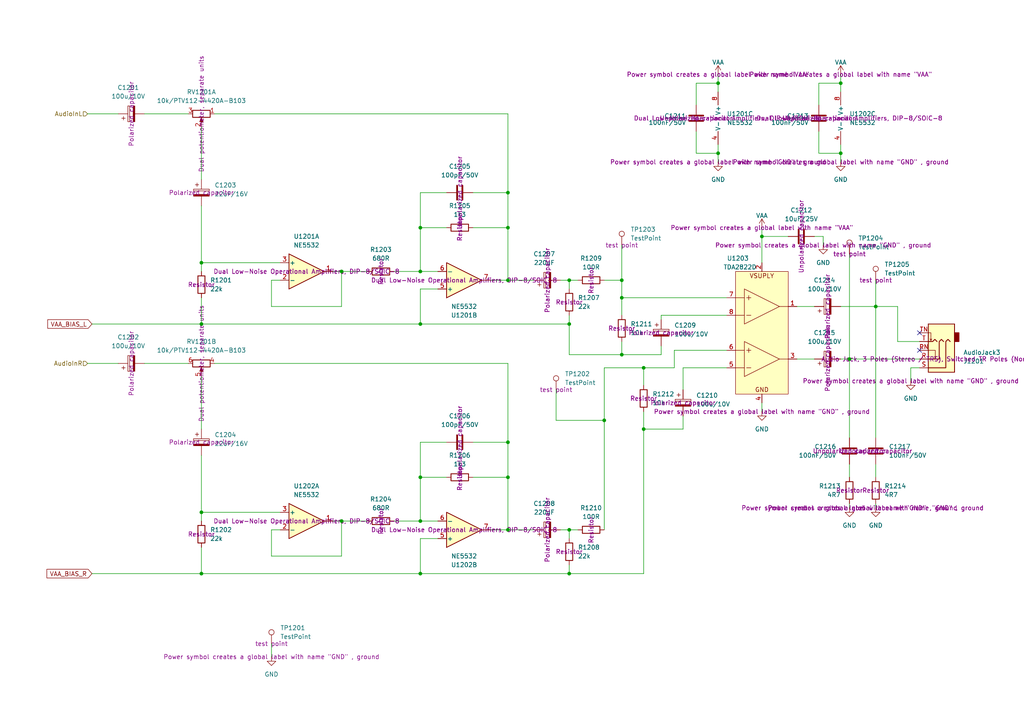
<source format=kicad_sch>
(kicad_sch (version 20250114) (generator "eeschema") (generator_version "9.0")
  (paper "A4")
  (lib_symbols
    (symbol "Amplifier_Operational:NE5532" (pin_names (offset 0.127))
      (property "Reference" "U" (at 0 5.08 0))
      (property "Value" "NE5532" (at 0 -5.08 0))
      (symbol "NE5532_1_1"
        (polyline (pts (xy -5.08 5.08) (xy 5.08 0) (xy -5.08 -5.08) (xy -5.08 5.08)) (stroke (width 0.254)) (fill (type background)))
        (pin input line (at -7.62 2.54 0) (length 2.54) (name "+") (number "3"))
        (pin input line (at -7.62 -2.54 0) (length 2.54) (name "-") (number "2"))
        (pin output line (at 7.62 0 180) (length 2.54) (name "~") (number "1"))
      )
      (symbol "NE5532_2_1"
        (polyline (pts (xy -5.08 5.08) (xy 5.08 0) (xy -5.08 -5.08) (xy -5.08 5.08)) (stroke (width 0.254)) (fill (type background)))
        (pin input line (at -7.62 2.54 0) (length 2.54) (name "+") (number "5"))
        (pin input line (at -7.62 -2.54 0) (length 2.54) (name "-") (number "6"))
        (pin output line (at 7.62 0 180) (length 2.54) (name "~") (number "7"))
      )
      (symbol "NE5532_3_1"
        (pin power_in line (at -2.54 7.62 270) (length 3.81) (name "V+") (number "8"))
        (pin power_in line (at -2.54 -7.62 90) (length 3.81) (name "V-") (number "4"))
      )
    )
    (symbol "Connector:TestPoint" (pin_numbers (hide yes)) (pin_names (offset 0.762) (hide yes))
      (property "Reference" "TP" (at 0 6.858 0))
      (property "Value" "TestPoint" (at 0 5.08 0))
      (symbol "TestPoint_0_1"
        (circle (center 0 3.302) (radius 0.762))
      )
      (symbol "TestPoint_1_1"
        (pin passive line (at 0 0 90) (length 2.54) (name "1") (number "1"))
      )
    )
    (symbol "Connector_Audio:AudioJack3_SwitchTR"
      (property "Reference" "J" (at 0 8.89 0))
      (property "Value" "AudioJack3_SwitchTR" (at 0 6.35 0))
      (symbol "AudioJack3_SwitchTR_0_1"
        (rectangle (start -5.08 -5.08) (end -6.35 -7.62) (stroke (width 0.254)) (fill (type outline)))
        (polyline (pts (xy -1.905 -5.08) (xy -1.27 -5.715) (xy -0.635 -5.08) (xy -0.635 0) (xy 2.54 0)) (stroke (width 0.254)))
        (polyline (pts (xy 0 -5.08) (xy 0.635 -5.715) (xy 1.27 -5.08) (xy 2.54 -5.08)) (stroke (width 0.254)))
        (polyline (pts (xy 0.508 -0.254) (xy 0.762 -0.762)))
        (polyline (pts (xy 1.778 -5.334) (xy 2.032 -5.842)))
        (rectangle (start 2.54 3.81) (end -5.08 -10.16) (stroke (width 0.254)) (fill (type background)))
        (polyline (pts (xy 2.54 2.54) (xy -2.54 2.54) (xy -2.54 -5.08) (xy -3.175 -5.715) (xy -3.81 -5.08)) (stroke (width 0.254)))
        (polyline (pts (xy 2.54 -2.54) (xy 0.508 -2.54) (xy 0.508 -0.254) (xy 0.254 -0.762)))
        (polyline (pts (xy 2.54 -7.62) (xy 1.778 -7.62) (xy 1.778 -5.334) (xy 1.524 -5.842)))
      )
      (symbol "AudioJack3_SwitchTR_1_1"
        (pin passive line (at 5.08 2.54 180) (length 2.54) (name "~") (number "S"))
        (pin passive line (at 5.08 0 180) (length 2.54) (name "~") (number "R"))
        (pin passive line (at 5.08 -2.54 180) (length 2.54) (name "~") (number "RN"))
        (pin passive line (at 5.08 -5.08 180) (length 2.54) (name "~") (number "T"))
        (pin passive line (at 5.08 -7.62 180) (length 2.54) (name "~") (number "TN"))
      )
    )
    (symbol "Device:C" (pin_numbers (hide yes)) (pin_names (offset 0.254))
      (property "Reference" "C" (at 0.635 2.54 0))
      (property "Value" "C" (at 0.635 -2.54 0))
      (symbol "C_0_1"
        (polyline (pts (xy -2.032 0.762) (xy 2.032 0.762)) (stroke (width 0.508)))
        (polyline (pts (xy -2.032 -0.762) (xy 2.032 -0.762)) (stroke (width 0.508)))
      )
      (symbol "C_1_1"
        (pin passive line (at 0 3.81 270) (length 2.794) (name "~") (number "1"))
        (pin passive line (at 0 -3.81 90) (length 2.794) (name "~") (number "2"))
      )
    )
    (symbol "Device:C_Polarized" (pin_numbers (hide yes)) (pin_names (offset 0.254))
      (property "Reference" "C" (at 0.635 2.54 0))
      (property "Value" "C_Polarized" (at 0.635 -2.54 0))
      (symbol "C_Polarized_0_1"
        (rectangle (start -2.286 0.508) (end 2.286 1.016))
        (polyline (pts (xy -1.778 2.286) (xy -0.762 2.286)))
        (polyline (pts (xy -1.27 2.794) (xy -1.27 1.778)))
        (rectangle (start 2.286 -0.508) (end -2.286 -1.016) (fill (type outline)))
      )
      (symbol "C_Polarized_1_1"
        (pin passive line (at 0 3.81 270) (length 2.794) (name "~") (number "1"))
        (pin passive line (at 0 -3.81 90) (length 2.794) (name "~") (number "2"))
      )
    )
    (symbol "Device:R" (pin_numbers (hide yes)) (pin_names (offset 0))
      (property "Reference" "R" (at 2.032 0 90))
      (property "Value" "R" (at 0 0 90))
      (symbol "R_0_1"
        (rectangle (start -1.016 -2.54) (end 1.016 2.54) (stroke (width 0.254)))
      )
      (symbol "R_1_1"
        (pin passive line (at 0 3.81 270) (length 1.27) (name "~") (number "1"))
        (pin passive line (at 0 -3.81 90) (length 1.27) (name "~") (number "2"))
      )
    )
    (symbol "Device:R_Potentiometer_Dual_Separate" (pin_names (offset 1.016) (hide yes))
      (property "Reference" "RV" (at -4.445 0 90))
      (property "Value" "R_Potentiometer_Dual_Separate" (at -2.54 0 90))
      (symbol "R_Potentiometer_Dual_Separate_0_1"
        (rectangle (start 1.016 2.54) (end -1.016 -2.54) (stroke (width 0.254)))
        (polyline (pts (xy 1.143 0) (xy 2.286 0.508) (xy 2.286 -0.508) (xy 1.143 0)) (fill (type outline)))
        (polyline (pts (xy 2.54 0) (xy 1.524 0)))
      )
      (symbol "R_Potentiometer_Dual_Separate_1_1"
        (pin passive line (at 0 3.81 270) (length 1.27) (name "1") (number "1"))
        (pin passive line (at 0 -3.81 90) (length 1.27) (name "3") (number "3"))
        (pin passive line (at 3.81 0 180) (length 1.27) (name "2") (number "2"))
      )
      (symbol "R_Potentiometer_Dual_Separate_2_1"
        (pin passive line (at 0 3.81 270) (length 1.27) (name "4") (number "4"))
        (pin passive line (at 0 -3.81 90) (length 1.27) (name "6") (number "6"))
        (pin passive line (at 3.81 0 180) (length 1.27) (name "5") (number "5"))
      )
    )
    (symbol "Skrooter_symbols:TDA2822D" (pin_names (hide yes))
      (property "Reference" "U" (at 10.16 10.16 0))
      (symbol "TDA2822D_1_1"
        (rectangle (start 0 7.62) (end 15.24 -27.94) (fill (type background)))
        (polyline (pts (xy 2.54 2.54) (xy 2.54 -7.62) (xy 12.7 -2.54) (xy 2.54 2.54)))
        (polyline (pts (xy 2.54 0) (xy 0 0)))
        (polyline (pts (xy 2.54 -5.08) (xy 0 -5.08)))
        (polyline (pts (xy 2.54 -12.7) (xy 2.54 -22.86) (xy 12.7 -17.78) (xy 2.54 -12.7)))
        (polyline (pts (xy 2.54 -15.24) (xy 0 -15.24)))
        (polyline (pts (xy 2.54 -20.32) (xy 0 -20.32)))
        (polyline (pts (xy 3.175 0) (xy 4.445 0)))
        (polyline (pts (xy 3.175 -5.08) (xy 4.445 -5.08)))
        (polyline (pts (xy 3.175 -15.24) (xy 4.445 -15.24)))
        (polyline (pts (xy 3.175 -20.32) (xy 4.445 -20.32)))
        (polyline (pts (xy 3.81 0.635) (xy 3.81 -0.635)))
        (polyline (pts (xy 3.81 -14.605) (xy 3.81 -15.875)))
        (polyline (pts (xy 12.7 -2.54) (xy 15.24 -2.54)))
        (polyline (pts (xy 12.7 -17.78) (xy 15.24 -17.78)))
        (text "VSUPLY" (at 7.62 6.35 0) (effects (font (size 1.27 1.27))))
        (text "GND" (at 7.62 -26.67 0) (effects (font (size 1.27 1.27))))
        (pin input line (at -2.54 0 0) (length 2.54) (name "Input1-") (number "7"))
        (pin input line (at -2.54 -5.08 0) (length 2.54) (name "Input1+") (number "8"))
        (pin input line (at -2.54 -15.24 0) (length 2.54) (name "Input2-") (number "6"))
        (pin input line (at -2.54 -20.32 0) (length 2.54) (name "Input2+") (number "5"))
        (pin power_in line (at 7.62 10.16 270) (length 2.54) (name "VCC") (number "2"))
        (pin power_in line (at 7.62 -30.48 90) (length 2.54) (name "GND") (number "4"))
        (pin output line (at 17.78 -2.54 180) (length 2.54) (name "OUTPUT1") (number "1"))
        (pin output line (at 17.78 -17.78 180) (length 2.54) (name "OUTPUT2") (number "3"))
      )
    )
    (symbol "power:GND" (power) (pin_numbers (hide yes)) (pin_names (offset 0) (hide yes))
      (property "Value" "GND" (at 0 -3.81 0))
      (symbol "GND_0_1"
        (polyline (pts (xy 0 0) (xy 0 -1.27) (xy 1.27 -1.27) (xy 0 -2.54) (xy -1.27 -1.27) (xy 0 -1.27)))
      )
      (symbol "GND_1_1"
        (pin power_in line (at 0 0 270) (length 0) (name "~") (number "1"))
      )
    )
    (symbol "power:VAA" (power) (pin_numbers (hide yes)) (pin_names (offset 0) (hide yes))
      (property "Value" "VAA" (at 0 3.556 0))
      (symbol "VAA_0_1"
        (polyline (pts (xy -0.762 1.27) (xy 0 2.54)))
        (polyline (pts (xy 0 2.54) (xy 0.762 1.27)))
        (polyline (pts (xy 0 0) (xy 0 2.54)))
      )
      (symbol "VAA_1_1"
        (pin power_in line (at 0 0 90) (length 0) (name "~") (number "1"))
      )
    )
  )
  (junction (at 58.42 148.59))
  (junction (at 175.26 121.92))
  (junction (at 165.1 153.67))
  (junction (at 254 88.9))
  (junction (at 147.32 153.67))
  (junction (at 121.92 93.98))
  (junction (at 121.92 166.37))
  (junction (at 121.92 66.04))
  (junction (at 147.32 138.43))
  (junction (at 243.84 44.45))
  (junction (at 99.06 78.74))
  (junction (at 147.32 81.28))
  (junction (at 220.98 68.58))
  (junction (at 147.32 55.88))
  (junction (at 147.32 128.27))
  (junction (at 180.34 81.28))
  (junction (at 180.34 102.87))
  (junction (at 208.28 44.45))
  (junction (at 165.1 93.98))
  (junction (at 99.06 151.13))
  (junction (at 243.84 24.13))
  (junction (at 121.92 138.43))
  (junction (at 147.32 66.04))
  (junction (at 165.1 166.37))
  (junction (at 180.34 86.36))
  (junction (at 58.42 166.37))
  (junction (at 186.69 106.68))
  (junction (at 121.92 151.13))
  (junction (at 186.69 124.46))
  (junction (at 58.42 76.2))
  (junction (at 208.28 24.13))
  (junction (at 246.38 104.14))
  (junction (at 58.42 93.98))
  (junction (at 165.1 81.28))
  (junction (at 121.92 78.74))
  (no_connect (at 266.7 101.6))
  (no_connect (at 266.7 96.52))
  (wire (pts (xy 62.23 33.02) (xy 147.32 33.02)))
  (wire (pts (xy 186.69 124.46) (xy 186.69 166.37)))
  (wire (pts (xy 191.77 92.71) (xy 191.77 91.44)))
  (wire (pts (xy 246.38 146.05) (xy 246.38 147.32)))
  (wire (pts (xy 175.26 121.92) (xy 175.26 106.68)))
  (wire (pts (xy 129.54 66.04) (xy 121.92 66.04)))
  (wire (pts (xy 137.16 138.43) (xy 147.32 138.43)))
  (wire (pts (xy 99.06 78.74) (xy 96.52 78.74)))
  (wire (pts (xy 58.42 166.37) (xy 121.92 166.37)))
  (wire (pts (xy 147.32 66.04) (xy 147.32 55.88)))
  (wire (pts (xy 58.42 76.2) (xy 81.28 76.2)))
  (wire (pts (xy 121.92 138.43) (xy 121.92 128.27)))
  (wire (pts (xy 147.32 153.67) (xy 154.94 153.67)))
  (wire (pts (xy 180.34 86.36) (xy 210.82 86.36)))
  (wire (pts (xy 175.26 106.68) (xy 186.69 106.68)))
  (wire (pts (xy 41.91 105.41) (xy 54.61 105.41)))
  (wire (pts (xy 246.38 134.62) (xy 246.38 138.43)))
  (wire (pts (xy 186.69 111.76) (xy 186.69 106.68)))
  (wire (pts (xy 147.32 128.27) (xy 137.16 128.27)))
  (wire (pts (xy 165.1 102.87) (xy 165.1 93.98)))
  (wire (pts (xy 254 88.9) (xy 254 127)))
  (wire (pts (xy 121.92 66.04) (xy 121.92 78.74)))
  (wire (pts (xy 201.93 30.48) (xy 201.93 24.13)))
  (wire (pts (xy 191.77 91.44) (xy 210.82 91.44)))
  (wire (pts (xy 254 88.9) (xy 260.35 88.9)))
  (wire (pts (xy 121.92 83.82) (xy 121.92 93.98)))
  (wire (pts (xy 121.92 55.88) (xy 129.54 55.88)))
  (wire (pts (xy 121.92 138.43) (xy 121.92 151.13)))
  (wire (pts (xy 25.4 33.02) (xy 34.29 33.02)))
  (wire (pts (xy 237.49 30.48) (xy 237.49 24.13)))
  (wire (pts (xy 231.14 88.9) (xy 236.22 88.9)))
  (wire (pts (xy 25.4 105.41) (xy 34.29 105.41)))
  (wire (pts (xy 127 156.21) (xy 121.92 156.21)))
  (wire (pts (xy 78.74 88.9) (xy 99.06 88.9)))
  (wire (pts (xy 165.1 81.28) (xy 162.56 81.28)))
  (wire (pts (xy 121.92 78.74) (xy 127 78.74)))
  (wire (pts (xy 99.06 151.13) (xy 96.52 151.13)))
  (wire (pts (xy 147.32 81.28) (xy 154.94 81.28)))
  (wire (pts (xy 220.98 68.58) (xy 220.98 76.2)))
  (wire (pts (xy 127 83.82) (xy 121.92 83.82)))
  (wire (pts (xy 147.32 81.28) (xy 142.24 81.28)))
  (wire (pts (xy 208.28 41.91) (xy 208.28 44.45)))
  (wire (pts (xy 243.84 44.45) (xy 243.84 46.99)))
  (wire (pts (xy 198.12 106.68) (xy 198.12 113.03)))
  (wire (pts (xy 243.84 41.91) (xy 243.84 44.45)))
  (wire (pts (xy 78.74 153.67) (xy 78.74 161.29)))
  (wire (pts (xy 266.7 106.68) (xy 264.16 106.68)))
  (wire (pts (xy 254 146.05) (xy 254 147.32)))
  (wire (pts (xy 243.84 21.59) (xy 243.84 24.13)))
  (wire (pts (xy 121.92 156.21) (xy 121.92 166.37)))
  (wire (pts (xy 180.34 102.87) (xy 165.1 102.87)))
  (wire (pts (xy 114.3 78.74) (xy 121.92 78.74)))
  (wire (pts (xy 78.74 186.69) (xy 78.74 190.5)))
  (wire (pts (xy 147.32 138.43) (xy 147.32 128.27)))
  (wire (pts (xy 58.42 86.36) (xy 58.42 93.98)))
  (wire (pts (xy 237.49 24.13) (xy 243.84 24.13)))
  (wire (pts (xy 210.82 106.68) (xy 198.12 106.68)))
  (wire (pts (xy 26.67 93.98) (xy 58.42 93.98)))
  (wire (pts (xy 58.42 148.59) (xy 81.28 148.59)))
  (wire (pts (xy 26.67 166.37) (xy 58.42 166.37)))
  (wire (pts (xy 58.42 76.2) (xy 58.42 78.74)))
  (wire (pts (xy 246.38 104.14) (xy 246.38 127)))
  (wire (pts (xy 121.92 93.98) (xy 165.1 93.98)))
  (wire (pts (xy 58.42 93.98) (xy 121.92 93.98)))
  (wire (pts (xy 180.34 102.87) (xy 191.77 102.87)))
  (wire (pts (xy 78.74 161.29) (xy 99.06 161.29)))
  (wire (pts (xy 165.1 93.98) (xy 165.1 91.44)))
  (wire (pts (xy 165.1 153.67) (xy 167.64 153.67)))
  (wire (pts (xy 129.54 138.43) (xy 121.92 138.43)))
  (wire (pts (xy 147.32 55.88) (xy 137.16 55.88)))
  (wire (pts (xy 165.1 81.28) (xy 167.64 81.28)))
  (wire (pts (xy 208.28 21.59) (xy 208.28 24.13)))
  (wire (pts (xy 243.84 104.14) (xy 246.38 104.14)))
  (wire (pts (xy 238.76 68.58) (xy 236.22 68.58)))
  (wire (pts (xy 121.92 128.27) (xy 129.54 128.27)))
  (wire (pts (xy 62.23 105.41) (xy 147.32 105.41)))
  (wire (pts (xy 41.91 33.02) (xy 54.61 33.02)))
  (wire (pts (xy 238.76 71.12) (xy 238.76 68.58)))
  (wire (pts (xy 243.84 44.45) (xy 237.49 44.45)))
  (wire (pts (xy 147.32 153.67) (xy 142.24 153.67)))
  (wire (pts (xy 201.93 44.45) (xy 201.93 38.1)))
  (wire (pts (xy 254 81.28) (xy 254 88.9)))
  (wire (pts (xy 58.42 158.75) (xy 58.42 166.37)))
  (wire (pts (xy 254 134.62) (xy 254 138.43)))
  (wire (pts (xy 243.84 88.9) (xy 254 88.9)))
  (wire (pts (xy 147.32 33.02) (xy 147.32 55.88)))
  (wire (pts (xy 147.32 66.04) (xy 147.32 81.28)))
  (wire (pts (xy 198.12 124.46) (xy 198.12 120.65)))
  (wire (pts (xy 81.28 153.67) (xy 78.74 153.67)))
  (wire (pts (xy 121.92 166.37) (xy 165.1 166.37)))
  (wire (pts (xy 246.38 73.66) (xy 246.38 104.14)))
  (wire (pts (xy 165.1 83.82) (xy 165.1 81.28)))
  (wire (pts (xy 58.42 59.69) (xy 58.42 76.2)))
  (wire (pts (xy 165.1 153.67) (xy 162.56 153.67)))
  (wire (pts (xy 186.69 166.37) (xy 165.1 166.37)))
  (wire (pts (xy 208.28 44.45) (xy 208.28 46.99)))
  (wire (pts (xy 180.34 71.12) (xy 180.34 81.28)))
  (wire (pts (xy 260.35 88.9) (xy 260.35 99.06)))
  (wire (pts (xy 58.42 36.83) (xy 58.42 52.07)))
  (wire (pts (xy 78.74 81.28) (xy 78.74 88.9)))
  (wire (pts (xy 137.16 66.04) (xy 147.32 66.04)))
  (wire (pts (xy 220.98 66.04) (xy 220.98 68.58)))
  (wire (pts (xy 220.98 68.58) (xy 228.6 68.58)))
  (wire (pts (xy 195.58 106.68) (xy 186.69 106.68)))
  (wire (pts (xy 260.35 99.06) (xy 266.7 99.06)))
  (wire (pts (xy 175.26 81.28) (xy 180.34 81.28)))
  (wire (pts (xy 58.42 109.22) (xy 58.42 124.46)))
  (wire (pts (xy 264.16 106.68) (xy 264.16 110.49)))
  (wire (pts (xy 121.92 151.13) (xy 127 151.13)))
  (wire (pts (xy 58.42 148.59) (xy 58.42 151.13)))
  (wire (pts (xy 161.29 121.92) (xy 175.26 121.92)))
  (wire (pts (xy 99.06 78.74) (xy 106.68 78.74)))
  (wire (pts (xy 246.38 104.14) (xy 266.7 104.14)))
  (wire (pts (xy 147.32 138.43) (xy 147.32 153.67)))
  (wire (pts (xy 231.14 104.14) (xy 236.22 104.14)))
  (wire (pts (xy 208.28 44.45) (xy 201.93 44.45)))
  (wire (pts (xy 237.49 38.1) (xy 237.49 44.45)))
  (wire (pts (xy 186.69 124.46) (xy 198.12 124.46)))
  (wire (pts (xy 243.84 24.13) (xy 243.84 26.67)))
  (wire (pts (xy 121.92 66.04) (xy 121.92 55.88)))
  (wire (pts (xy 180.34 81.28) (xy 180.34 86.36)))
  (wire (pts (xy 99.06 88.9) (xy 99.06 78.74)))
  (wire (pts (xy 81.28 81.28) (xy 78.74 81.28)))
  (wire (pts (xy 99.06 151.13) (xy 106.68 151.13)))
  (wire (pts (xy 180.34 99.06) (xy 180.34 102.87)))
  (wire (pts (xy 99.06 161.29) (xy 99.06 151.13)))
  (wire (pts (xy 175.26 153.67) (xy 175.26 121.92)))
  (wire (pts (xy 165.1 166.37) (xy 165.1 163.83)))
  (wire (pts (xy 147.32 105.41) (xy 147.32 128.27)))
  (wire (pts (xy 208.28 24.13) (xy 208.28 26.67)))
  (wire (pts (xy 180.34 86.36) (xy 180.34 91.44)))
  (wire (pts (xy 165.1 156.21) (xy 165.1 153.67)))
  (wire (pts (xy 210.82 101.6) (xy 195.58 101.6)))
  (wire (pts (xy 220.98 116.84) (xy 220.98 119.38)))
  (wire (pts (xy 114.3 151.13) (xy 121.92 151.13)))
  (wire (pts (xy 161.29 113.03) (xy 161.29 121.92)))
  (wire (pts (xy 191.77 102.87) (xy 191.77 100.33)))
  (wire (pts (xy 201.93 24.13) (xy 208.28 24.13)))
  (wire (pts (xy 186.69 119.38) (xy 186.69 124.46)))
  (wire (pts (xy 195.58 101.6) (xy 195.58 106.68)))
  (wire (pts (xy 58.42 132.08) (xy 58.42 148.59)))
  (global_label "VAA_BIAS_L" (shape input) (at 26.67 93.98 180) (property "Intersheetrefs" "${INTERSHEET_REFS}" (effects (hide yes))))
  (global_label "VAA_BIAS_R" (shape input) (at 26.67 166.37 180) (property "Intersheetrefs" "${INTERSHEET_REFS}" (effects (hide yes))))
  (hierarchical_label "AudioInR" (shape input) (at 25.4 105.41 180))
  (hierarchical_label "AudioInL" (shape input) (at 25.4 33.02 180))
  (symbol (lib_id "Device:R_Potentiometer_Dual_Separate") (at 58.42 105.41 270) (unit 2) (exclude_from_sim yes)
    (property "Reference" "RV601" (at 58.42 99.06 90))
    (property "Value" "10k/PTV112-4420A-B103" (at 58.42 101.6 90))
    (property "Footprint" "Skrooter_footprints:Potentiometer_Bourns_PTV09A-1_Dual_Vertical" (effects (hide yes)))
    (property "Description" "Dual potentiometer, separate units" (at 58.42 105.41 0))
    (instances (project "Magna" (path "" (reference "RV1201") (unit 2))) (project "Audio_daughterboard" (path "" (reference "RV601") (unit 2))))
  )
  (symbol (lib_id "Connector_Audio:AudioJack3_SwitchTR") (at 271.78 104.14 180) (unit 1) (exclude_from_sim yes)
    (property "Reference" "J601" (at 279.4 104.775 0) (effects (justify right)))
    (property "Value" "AudioJack3" (at 279.4 102.235 0) (effects (justify right)))
    (property "Footprint" "Connector_Audio:Jack_3.5mm_CUI_SJ1-3525N_Horizontal" (effects (hide yes)))
    (property "Description" "Audio Jack, 3 Poles (Stereo / TRS), Switched TR Poles (Normalling)" (at 271.78 104.14 0))
    (property "LCSC" "C668604" (effects (hide yes)))
    (instances (project "Magna" (path "" (reference "J1201") (unit 1))) (project "Audio_daughterboard" (path "" (reference "J601") (unit 1))))
  )
  (symbol (lib_id "Device:C_Polarized") (at 198.12 116.84 0) (unit 1)
    (property "Reference" "C610" (at 201.93 114.681 0) (effects (justify left)))
    (property "Value" "100u/10V" (at 201.93 117.221 0) (effects (justify left)))
    (property "Footprint" "Capacitor_SMD:CP_Elec_6.3x5.8" (effects (hide yes)))
    (property "Description" "Polarized capacitor" (at 198.12 116.84 0))
    (property "LCSC" "C2166157" (effects (hide yes)))
    (instances (project "Magna" (path "" (reference "C1210") (unit 1))) (project "Audio_daughterboard" (path "" (reference "C610") (unit 1))))
  )
  (symbol (lib_id "power:GND") (at 246.38 147.32 0) (mirror y) (unit 1)
    (property "Reference" "#PWR0609" (effects (hide yes)))
    (property "Value" "GND" (at 246.38 152.4 0))
    (property "Description" "Power symbol creates a global label with name \"GND\" , ground" (at 246.38 147.32 0))
    (instances (project "Magna" (path "" (reference "#PWR01209") (unit 1))) (project "Audio_daughterboard" (path "" (reference "#PWR0609") (unit 1))))
  )
  (symbol (lib_id "Device:R") (at 58.42 82.55 0) (unit 1)
    (property "Reference" "R601" (at 60.96 81.28 0) (effects (justify left)))
    (property "Value" "22k" (at 60.96 83.82 0) (effects (justify left)))
    (property "Footprint" "Resistor_SMD:R_0805_2012Metric_Pad1.20x1.40mm_HandSolder" (effects (hide yes)))
    (property "Description" "Resistor" (at 58.42 82.55 0))
    (property "LCSC" "C479095" (effects (hide yes)))
    (instances (project "Magna" (path "" (reference "R1201") (unit 1))) (project "Audio_daughterboard" (path "" (reference "R601") (unit 1))))
  )
  (symbol (lib_id "Amplifier_Operational:NE5532") (at 88.9 78.74 0) (unit 1)
    (property "Reference" "U601" (at 88.9 68.58 0))
    (property "Value" "NE5532" (at 88.9 71.12 0))
    (property "Footprint" "Package_SO:SOIC-8_3.9x4.9mm_P1.27mm" (effects (hide yes)))
    (property "Datasheet" "http://www.ti.com/lit/ds/symlink/ne5532.pdf" (effects (hide yes)))
    (property "Description" "Dual Low-Noise Operational Amplifiers, DIP-8/SOIC-8" (at 88.9 78.74 0))
    (property "LCSC" "C7426" (effects (hide yes)))
    (property "Sim.Device" "SUBCKT" (effects (hide yes)))
    (property "Sim.Library" "${KICAD7_SYMBOL_DIR}/Simulation_SPICE.sp" (effects (hide yes)))
    (property "Sim.Name" "kicad_builtin_opamp_dual" (effects (hide yes)))
    (property "Sim.Pins" "1=out1 2=in1- 3=in1+ 4=vee 5=in2+ 6=in2- 7=out2 8=vcc" (effects (hide yes)))
    (instances (project "Magna" (path "" (reference "U1201") (unit 1))) (project "Audio_daughterboard" (path "" (reference "U601") (unit 1))))
  )
  (symbol (lib_id "Device:C_Polarized") (at 158.75 81.28 90) (unit 1)
    (property "Reference" "C607" (at 157.861 73.66 90))
    (property "Value" "220uF" (at 157.861 76.2 90))
    (property "Footprint" "Capacitor_SMD:CP_Elec_4x5.8" (effects (hide yes)))
    (property "Description" "Polarized capacitor" (at 158.75 81.28 0))
    (property "LCSC" "C2165067" (effects (hide yes)))
    (instances (project "Magna" (path "" (reference "C1207") (unit 1))) (project "Audio_daughterboard" (path "" (reference "C607") (unit 1))))
  )
  (symbol (lib_id "Device:C_Polarized") (at 191.77 96.52 0) (unit 1)
    (property "Reference" "C609" (at 195.58 94.361 0) (effects (justify left)))
    (property "Value" "100u/10V" (at 195.58 96.901 0) (effects (justify left)))
    (property "Footprint" "Capacitor_SMD:CP_Elec_6.3x5.8" (effects (hide yes)))
    (property "Description" "Polarized capacitor" (at 191.77 96.52 0))
    (property "LCSC" "C2166157" (effects (hide yes)))
    (instances (project "Magna" (path "" (reference "C1209") (unit 1))) (project "Audio_daughterboard" (path "" (reference "C609") (unit 1))))
  )
  (symbol (lib_id "Device:C") (at 232.41 68.58 90) (unit 1)
    (property "Reference" "C612" (at 232.41 60.96 90))
    (property "Value" "10uF/25V" (at 232.41 63.5 90))
    (property "Footprint" "Capacitor_SMD:CP_Elec_4x5.8" (effects (hide yes)))
    (property "Description" "Unpolarized capacitor" (at 232.41 68.58 0))
    (property "LCSC" "C2163094" (effects (hide yes)))
    (instances (project "Magna" (path "" (reference "C1212") (unit 1))) (project "Audio_daughterboard" (path "" (reference "C612") (unit 1))))
  )
  (symbol (lib_id "Device:R") (at 110.49 151.13 90) (unit 1)
    (property "Reference" "R604" (at 110.49 144.78 90))
    (property "Value" "680R" (at 110.49 147.32 90))
    (property "Footprint" "Resistor_SMD:R_0805_2012Metric_Pad1.20x1.40mm_HandSolder" (effects (hide yes)))
    (property "Description" "Resistor" (at 110.49 151.13 0))
    (property "LCSC" "C865612" (effects (hide yes)))
    (instances (project "Magna" (path "" (reference "R1204") (unit 1))) (project "Audio_daughterboard" (path "" (reference "R604") (unit 1))))
  )
  (symbol (lib_id "power:GND") (at 208.28 46.99 0) (unit 1)
    (property "Reference" "#PWR0603" (effects (hide yes)))
    (property "Value" "GND" (at 208.28 52.07 0))
    (property "Description" "Power symbol creates a global label with name \"GND\" , ground" (at 208.28 46.99 0))
    (instances (project "Magna" (path "" (reference "#PWR01203") (unit 1))) (project "Audio_daughterboard" (path "" (reference "#PWR0603") (unit 1))))
  )
  (symbol (lib_id "Device:R_Potentiometer_Dual_Separate") (at 58.42 33.02 270) (unit 1) (exclude_from_sim yes)
    (property "Reference" "RV601" (at 58.42 26.67 90))
    (property "Value" "10k/PTV112-4420A-B103" (at 58.42 29.21 90))
    (property "Footprint" "Skrooter_footprints:Potentiometer_Bourns_PTV09A-1_Dual_Vertical" (effects (hide yes)))
    (property "Description" "Dual potentiometer, separate units" (at 58.42 33.02 0))
    (instances (project "Magna" (path "" (reference "RV1201") (unit 1))) (project "Audio_daughterboard" (path "" (reference "RV601") (unit 1))))
  )
  (symbol (lib_id "power:GND") (at 78.74 190.5 0) (unit 1)
    (property "Reference" "#PWR0601" (effects (hide yes)))
    (property "Value" "GND" (at 78.74 195.58 0))
    (property "Description" "Power symbol creates a global label with name \"GND\" , ground" (at 78.74 190.5 0))
    (instances (project "Magna" (path "" (reference "#PWR01201") (unit 1))) (project "Audio_daughterboard" (path "" (reference "#PWR0601") (unit 1))))
  )
  (symbol (lib_id "power:GND") (at 238.76 71.12 0) (unit 1)
    (property "Reference" "#PWR0606" (effects (hide yes)))
    (property "Value" "GND" (at 238.76 76.2 0))
    (property "Description" "Power symbol creates a global label with name \"GND\" , ground" (at 238.76 71.12 0))
    (instances (project "Magna" (path "" (reference "#PWR01206") (unit 1))) (project "Audio_daughterboard" (path "" (reference "#PWR0606") (unit 1))))
  )
  (symbol (lib_id "Connector:TestPoint") (at 254 81.28 0) (unit 1) (exclude_from_sim yes)
    (property "Reference" "TP605" (at 256.54 76.708 0) (effects (justify left)))
    (property "Value" "TestPoint" (at 256.54 79.248 0) (effects (justify left)))
    (property "Footprint" "TestPoint:TestPoint_Keystone_5005-5009_Compact" (effects (hide yes)))
    (property "Description" "test point" (at 254 81.28 0))
    (instances (project "Magna" (path "" (reference "TP1205") (unit 1))) (project "Audio_daughterboard" (path "" (reference "TP605") (unit 1))))
  )
  (symbol (lib_id "Amplifier_Operational:NE5532") (at 134.62 153.67 0) (mirror x) (unit 2)
    (property "Reference" "U602" (at 134.62 163.83 0))
    (property "Value" "NE5532" (at 134.62 161.29 0))
    (property "Footprint" "Package_SO:SOIC-8_3.9x4.9mm_P1.27mm" (effects (hide yes)))
    (property "Datasheet" "http://www.ti.com/lit/ds/symlink/ne5532.pdf" (effects (hide yes)))
    (property "Description" "Dual Low-Noise Operational Amplifiers, DIP-8/SOIC-8" (at 134.62 153.67 0))
    (property "LCSC" "C7426" (effects (hide yes)))
    (property "Sim.Device" "SUBCKT" (effects (hide yes)))
    (property "Sim.Library" "${KICAD7_SYMBOL_DIR}/Simulation_SPICE.sp" (effects (hide yes)))
    (property "Sim.Name" "kicad_builtin_opamp_dual" (effects (hide yes)))
    (property "Sim.Pins" "1=out1 2=in1- 3=in1+ 4=vee 5=in2+ 6=in2- 7=out2 8=vcc" (effects (hide yes)))
    (instances (project "Magna" (path "" (reference "U1202") (unit 2))) (project "Audio_daughterboard" (path "" (reference "U602") (unit 2))))
  )
  (symbol (lib_id "power:GND") (at 254 147.32 0) (unit 1)
    (property "Reference" "#PWR0610" (effects (hide yes)))
    (property "Value" "GND" (at 254 152.4 0))
    (property "Description" "Power symbol creates a global label with name \"GND\" , ground" (at 254 147.32 0))
    (instances (project "Magna" (path "" (reference "#PWR01210") (unit 1))) (project "Audio_daughterboard" (path "" (reference "#PWR0610") (unit 1))))
  )
  (symbol (lib_id "Device:R") (at 165.1 87.63 0) (unit 1)
    (property "Reference" "R607" (at 167.64 86.36 0) (effects (justify left)))
    (property "Value" "22k" (at 167.64 88.9 0) (effects (justify left)))
    (property "Footprint" "Resistor_SMD:R_0805_2012Metric_Pad1.20x1.40mm_HandSolder" (effects (hide yes)))
    (property "Description" "Resistor" (at 165.1 87.63 0))
    (property "LCSC" "C479095" (effects (hide yes)))
    (instances (project "Magna" (path "" (reference "R1207") (unit 1))) (project "Audio_daughterboard" (path "" (reference "R607") (unit 1))))
  )
  (symbol (lib_id "Connector:TestPoint") (at 246.38 73.66 0) (unit 1) (exclude_from_sim yes)
    (property "Reference" "TP604" (at 248.92 69.088 0) (effects (justify left)))
    (property "Value" "TestPoint" (at 248.92 71.628 0) (effects (justify left)))
    (property "Footprint" "TestPoint:TestPoint_Keystone_5005-5009_Compact" (effects (hide yes)))
    (property "Description" "test point" (at 246.38 73.66 0))
    (instances (project "Magna" (path "" (reference "TP1204") (unit 1))) (project "Audio_daughterboard" (path "" (reference "TP604") (unit 1))))
  )
  (symbol (lib_id "Device:R") (at 165.1 160.02 0) (unit 1)
    (property "Reference" "R608" (at 167.64 158.75 0) (effects (justify left)))
    (property "Value" "22k" (at 167.64 161.29 0) (effects (justify left)))
    (property "Footprint" "Resistor_SMD:R_0805_2012Metric_Pad1.20x1.40mm_HandSolder" (effects (hide yes)))
    (property "Description" "Resistor" (at 165.1 160.02 0))
    (property "LCSC" "C479095" (effects (hide yes)))
    (instances (project "Magna" (path "" (reference "R1208") (unit 1))) (project "Audio_daughterboard" (path "" (reference "R608") (unit 1))))
  )
  (symbol (lib_id "Device:R") (at 171.45 153.67 90) (unit 1)
    (property "Reference" "R610" (at 171.45 147.32 90))
    (property "Value" "100R" (at 171.45 149.86 90))
    (property "Footprint" "Resistor_SMD:R_0805_2012Metric_Pad1.20x1.40mm_HandSolder" (effects (hide yes)))
    (property "Description" "Resistor" (at 171.45 153.67 0))
    (property "LCSC" "C217766" (effects (hide yes)))
    (instances (project "Magna" (path "" (reference "R1210") (unit 1))) (project "Audio_daughterboard" (path "" (reference "R610") (unit 1))))
  )
  (symbol (lib_id "Device:R") (at 186.69 115.57 0) (unit 1)
    (property "Reference" "R612" (at 189.23 114.3 0) (effects (justify left)))
    (property "Value" "10k" (at 189.23 116.84 0) (effects (justify left)))
    (property "Footprint" "Resistor_SMD:R_0805_2012Metric_Pad1.20x1.40mm_HandSolder" (effects (hide yes)))
    (property "Description" "Resistor" (at 186.69 115.57 0))
    (property "LCSC" "C17414" (effects (hide yes)))
    (instances (project "Magna" (path "" (reference "R1212") (unit 1))) (project "Audio_daughterboard" (path "" (reference "R612") (unit 1))))
  )
  (symbol (lib_id "power:VAA") (at 243.84 21.59 0) (unit 1)
    (property "Reference" "#PWR0607" (effects (hide yes)))
    (property "Value" "VAA" (at 243.84 18.0881 0))
    (property "Description" "Power symbol creates a global label with name \"VAA\"" (at 243.84 21.59 0))
    (instances (project "Magna" (path "" (reference "#PWR01207") (unit 1))) (project "Audio_daughterboard" (path "" (reference "#PWR0607") (unit 1))))
  )
  (symbol (lib_id "Device:R") (at 171.45 81.28 90) (unit 1)
    (property "Reference" "R609" (at 171.45 74.93 90))
    (property "Value" "100R" (at 171.45 77.47 90))
    (property "Footprint" "Resistor_SMD:R_0805_2012Metric_Pad1.20x1.40mm_HandSolder" (effects (hide yes)))
    (property "Description" "Resistor" (at 171.45 81.28 0))
    (property "LCSC" "C217766" (effects (hide yes)))
    (instances (project "Magna" (path "" (reference "R1209") (unit 1))) (project "Audio_daughterboard" (path "" (reference "R609") (unit 1))))
  )
  (symbol (lib_id "Device:R") (at 58.42 154.94 0) (unit 1)
    (property "Reference" "R602" (at 60.96 153.67 0) (effects (justify left)))
    (property "Value" "22k" (at 60.96 156.21 0) (effects (justify left)))
    (property "Footprint" "Resistor_SMD:R_0805_2012Metric_Pad1.20x1.40mm_HandSolder" (effects (hide yes)))
    (property "Description" "Resistor" (at 58.42 154.94 0))
    (property "LCSC" "C479095" (effects (hide yes)))
    (instances (project "Magna" (path "" (reference "R1202") (unit 1))) (project "Audio_daughterboard" (path "" (reference "R602") (unit 1))))
  )
  (symbol (lib_id "Device:R") (at 133.35 138.43 90) (unit 1)
    (property "Reference" "R606" (at 133.35 132.08 90))
    (property "Value" "1k3" (at 133.35 134.62 90))
    (property "Footprint" "Resistor_SMD:R_0805_2012Metric_Pad1.20x1.40mm_HandSolder" (effects (hide yes)))
    (property "Description" "Resistor" (at 133.35 138.43 0))
    (property "LCSC" "C218394" (effects (hide yes)))
    (instances (project "Magna" (path "" (reference "R1206") (unit 1))) (project "Audio_daughterboard" (path "" (reference "R606") (unit 1))))
  )
  (symbol (lib_id "Amplifier_Operational:NE5532") (at 134.62 81.28 0) (mirror x) (unit 2)
    (property "Reference" "U601" (at 134.62 91.44 0))
    (property "Value" "NE5532" (at 134.62 88.9 0))
    (property "Footprint" "Package_SO:SOIC-8_3.9x4.9mm_P1.27mm" (effects (hide yes)))
    (property "Datasheet" "http://www.ti.com/lit/ds/symlink/ne5532.pdf" (effects (hide yes)))
    (property "Description" "Dual Low-Noise Operational Amplifiers, DIP-8/SOIC-8" (at 134.62 81.28 0))
    (property "LCSC" "C7426" (effects (hide yes)))
    (property "Sim.Device" "SUBCKT" (effects (hide yes)))
    (property "Sim.Library" "${KICAD7_SYMBOL_DIR}/Simulation_SPICE.sp" (effects (hide yes)))
    (property "Sim.Name" "kicad_builtin_opamp_dual" (effects (hide yes)))
    (property "Sim.Pins" "1=out1 2=in1- 3=in1+ 4=vee 5=in2+ 6=in2- 7=out2 8=vcc" (effects (hide yes)))
    (instances (project "Magna" (path "" (reference "U1201") (unit 2))) (project "Audio_daughterboard" (path "" (reference "U601") (unit 2))))
  )
  (symbol (lib_id "Device:R") (at 246.38 142.24 0) (mirror y) (unit 1)
    (property "Reference" "R613" (at 243.84 140.97 0) (effects (justify left)))
    (property "Value" "4R7" (at 243.84 143.51 0) (effects (justify left)))
    (property "Footprint" "Resistor_SMD:R_0805_2012Metric_Pad1.20x1.40mm_HandSolder" (effects (hide yes)))
    (property "Description" "Resistor" (at 246.38 142.24 0))
    (property "LCSC" "C2683106" (effects (hide yes)))
    (instances (project "Magna" (path "" (reference "R1213") (unit 1))) (project "Audio_daughterboard" (path "" (reference "R613") (unit 1))))
  )
  (symbol (lib_id "Device:C") (at 133.35 55.88 90) (unit 1)
    (property "Reference" "C605" (at 133.35 48.26 90))
    (property "Value" "100pF/50V" (at 133.35 50.8 90))
    (property "Footprint" "Capacitor_SMD:C_0805_2012Metric_Pad1.18x1.45mm_HandSolder" (effects (hide yes)))
    (property "Description" "Unpolarized capacitor" (at 133.35 55.88 0))
    (property "LCSC" "C1790" (effects (hide yes)))
    (instances (project "Magna" (path "" (reference "C1205") (unit 1))) (project "Audio_daughterboard" (path "" (reference "C605") (unit 1))))
  )
  (symbol (lib_id "Connector:TestPoint") (at 180.34 71.12 0) (unit 1) (exclude_from_sim yes)
    (property "Reference" "TP603" (at 182.88 66.548 0) (effects (justify left)))
    (property "Value" "TestPoint" (at 182.88 69.088 0) (effects (justify left)))
    (property "Footprint" "TestPoint:TestPoint_Keystone_5005-5009_Compact" (effects (hide yes)))
    (property "Description" "test point" (at 180.34 71.12 0))
    (instances (project "Magna" (path "" (reference "TP1203") (unit 1))) (project "Audio_daughterboard" (path "" (reference "TP603") (unit 1))))
  )
  (symbol (lib_id "Device:C_Polarized") (at 58.42 128.27 0) (unit 1)
    (property "Reference" "C604" (at 62.23 126.111 0) (effects (justify left)))
    (property "Value" "22uF/16V" (at 62.23 128.651 0) (effects (justify left)))
    (property "Footprint" "Capacitor_SMD:CP_Elec_5x5.8" (effects (hide yes)))
    (property "Description" "Polarized capacitor" (at 58.42 128.27 0))
    (property "LCSC" "C2163245" (effects (hide yes)))
    (instances (project "Magna" (path "" (reference "C1204") (unit 1))) (project "Audio_daughterboard" (path "" (reference "C604") (unit 1))))
  )
  (symbol (lib_id "power:VAA") (at 208.28 21.59 0) (unit 1)
    (property "Reference" "#PWR0602" (effects (hide yes)))
    (property "Value" "VAA" (at 208.28 18.0881 0))
    (property "Description" "Power symbol creates a global label with name \"VAA\"" (at 208.28 21.59 0))
    (instances (project "Magna" (path "" (reference "#PWR01202") (unit 1))) (project "Audio_daughterboard" (path "" (reference "#PWR0602") (unit 1))))
  )
  (symbol (lib_id "Amplifier_Operational:NE5532") (at 246.38 34.29 0) (unit 3)
    (property "Reference" "U602" (at 250.19 33.02 0))
    (property "Value" "NE5532" (at 250.19 35.56 0))
    (property "Footprint" "Package_SO:SOIC-8_3.9x4.9mm_P1.27mm" (effects (hide yes)))
    (property "Datasheet" "http://www.ti.com/lit/ds/symlink/ne5532.pdf" (effects (hide yes)))
    (property "Description" "Dual Low-Noise Operational Amplifiers, DIP-8/SOIC-8" (at 246.38 34.29 0))
    (property "LCSC" "C7426" (effects (hide yes)))
    (property "Sim.Device" "SUBCKT" (effects (hide yes)))
    (property "Sim.Library" "${KICAD7_SYMBOL_DIR}/Simulation_SPICE.sp" (effects (hide yes)))
    (property "Sim.Name" "kicad_builtin_opamp_dual" (effects (hide yes)))
    (property "Sim.Pins" "1=out1 2=in1- 3=in1+ 4=vee 5=in2+ 6=in2- 7=out2 8=vcc" (effects (hide yes)))
    (instances (project "Magna" (path "" (reference "U1202") (unit 3))) (project "Audio_daughterboard" (path "" (reference "U602") (unit 3))))
  )
  (symbol (lib_id "Device:R") (at 133.35 66.04 90) (unit 1)
    (property "Reference" "R605" (at 133.35 59.69 90))
    (property "Value" "1k3" (at 133.35 62.23 90))
    (property "Footprint" "Resistor_SMD:R_0805_2012Metric_Pad1.20x1.40mm_HandSolder" (effects (hide yes)))
    (property "Description" "Resistor" (at 133.35 66.04 0))
    (property "LCSC" "C218394" (effects (hide yes)))
    (instances (project "Magna" (path "" (reference "R1205") (unit 1))) (project "Audio_daughterboard" (path "" (reference "R605") (unit 1))))
  )
  (symbol (lib_id "Device:C") (at 133.35 128.27 90) (unit 1)
    (property "Reference" "C606" (at 133.35 120.65 90))
    (property "Value" "100pF/50V" (at 133.35 123.19 90))
    (property "Footprint" "Capacitor_SMD:C_0805_2012Metric_Pad1.18x1.45mm_HandSolder" (effects (hide yes)))
    (property "Description" "Unpolarized capacitor" (at 133.35 128.27 0))
    (property "LCSC" "C1790" (effects (hide yes)))
    (instances (project "Magna" (path "" (reference "C1206") (unit 1))) (project "Audio_daughterboard" (path "" (reference "C606") (unit 1))))
  )
  (symbol (lib_id "power:GND") (at 264.16 110.49 0) (unit 1)
    (property "Reference" "#PWR0611" (effects (hide yes)))
    (property "Value" "GND" (at 264.16 115.57 0))
    (property "Description" "Power symbol creates a global label with name \"GND\" , ground" (at 264.16 110.49 0))
    (instances (project "Magna" (path "" (reference "#PWR01211") (unit 1))) (project "Audio_daughterboard" (path "" (reference "#PWR0611") (unit 1))))
  )
  (symbol (lib_id "Device:C_Polarized") (at 240.03 104.14 90) (unit 1)
    (property "Reference" "C615" (at 239.141 96.52 90))
    (property "Value" "100u/10V" (at 239.141 99.06 90))
    (property "Footprint" "Capacitor_SMD:CP_Elec_6.3x5.8" (effects (hide yes)))
    (property "Description" "Polarized capacitor" (at 240.03 104.14 0))
    (property "LCSC" "C2166157" (effects (hide yes)))
    (instances (project "Magna" (path "" (reference "C1215") (unit 1))) (project "Audio_daughterboard" (path "" (reference "C615") (unit 1))))
  )
  (symbol (lib_id "Device:C_Polarized") (at 240.03 88.9 90) (unit 1)
    (property "Reference" "C614" (at 239.141 81.28 90))
    (property "Value" "100u/10V" (at 239.141 83.82 90))
    (property "Footprint" "Capacitor_SMD:CP_Elec_6.3x5.8" (effects (hide yes)))
    (property "Description" "Polarized capacitor" (at 240.03 88.9 0))
    (property "LCSC" "C2166157" (effects (hide yes)))
    (instances (project "Magna" (path "" (reference "C1214") (unit 1))) (project "Audio_daughterboard" (path "" (reference "C614") (unit 1))))
  )
  (symbol (lib_id "power:GND") (at 220.98 119.38 0) (mirror y) (unit 1)
    (property "Reference" "#PWR0605" (effects (hide yes)))
    (property "Value" "GND" (at 220.98 124.46 0))
    (property "Description" "Power symbol creates a global label with name \"GND\" , ground" (at 220.98 119.38 0))
    (instances (project "Magna" (path "" (reference "#PWR01205") (unit 1))) (project "Audio_daughterboard" (path "" (reference "#PWR0605") (unit 1))))
  )
  (symbol (lib_id "Connector:TestPoint") (at 161.29 113.03 0) (unit 1) (exclude_from_sim yes)
    (property "Reference" "TP602" (at 163.83 108.458 0) (effects (justify left)))
    (property "Value" "TestPoint" (at 163.83 110.998 0) (effects (justify left)))
    (property "Footprint" "TestPoint:TestPoint_Keystone_5005-5009_Compact" (effects (hide yes)))
    (property "Description" "test point" (at 161.29 113.03 0))
    (instances (project "Magna" (path "" (reference "TP1202") (unit 1))) (project "Audio_daughterboard" (path "" (reference "TP602") (unit 1))))
  )
  (symbol (lib_id "Device:R") (at 254 142.24 0) (unit 1)
    (property "Reference" "R614" (at 256.54 140.97 0) (effects (justify left)))
    (property "Value" "4R7" (at 256.54 143.51 0) (effects (justify left)))
    (property "Footprint" "Resistor_SMD:R_0805_2012Metric_Pad1.20x1.40mm_HandSolder" (effects (hide yes)))
    (property "Description" "Resistor" (at 254 142.24 0))
    (property "LCSC" "C2683106" (effects (hide yes)))
    (instances (project "Magna" (path "" (reference "R1214") (unit 1))) (project "Audio_daughterboard" (path "" (reference "R614") (unit 1))))
  )
  (symbol (lib_id "Device:C_Polarized") (at 38.1 105.41 90) (unit 1)
    (property "Reference" "C602" (at 37.211 97.79 90))
    (property "Value" "100u/10V" (at 37.211 100.33 90))
    (property "Footprint" "Capacitor_SMD:CP_Elec_6.3x5.8" (effects (hide yes)))
    (property "Description" "Polarized capacitor" (at 38.1 105.41 0))
    (property "LCSC" "C2166157" (effects (hide yes)))
    (instances (project "Magna" (path "" (reference "C1202") (unit 1))) (project "Audio_daughterboard" (path "" (reference "C602") (unit 1))))
  )
  (symbol (lib_id "Connector:TestPoint") (at 78.74 186.69 0) (unit 1) (exclude_from_sim yes)
    (property "Reference" "TP601" (at 81.28 182.118 0) (effects (justify left)))
    (property "Value" "TestPoint" (at 81.28 184.658 0) (effects (justify left)))
    (property "Footprint" "TestPoint:TestPoint_Keystone_5005-5009_Compact" (effects (hide yes)))
    (property "Description" "test point" (at 78.74 186.69 0))
    (instances (project "Magna" (path "" (reference "TP1201") (unit 1))) (project "Audio_daughterboard" (path "" (reference "TP601") (unit 1))))
  )
  (symbol (lib_id "Device:R") (at 180.34 95.25 0) (unit 1)
    (property "Reference" "R611" (at 182.88 93.98 0) (effects (justify left)))
    (property "Value" "10k" (at 182.88 96.52 0) (effects (justify left)))
    (property "Footprint" "Resistor_SMD:R_0805_2012Metric_Pad1.20x1.40mm_HandSolder" (effects (hide yes)))
    (property "Description" "Resistor" (at 180.34 95.25 0))
    (property "LCSC" "C17414" (effects (hide yes)))
    (instances (project "Magna" (path "" (reference "R1211") (unit 1))) (project "Audio_daughterboard" (path "" (reference "R611") (unit 1))))
  )
  (symbol (lib_id "power:VAA") (at 220.98 66.04 0) (unit 1)
    (property "Reference" "#PWR0604" (effects (hide yes)))
    (property "Value" "VAA" (at 220.98 62.5381 0))
    (property "Description" "Power symbol creates a global label with name \"VAA\"" (at 220.98 66.04 0))
    (instances (project "Magna" (path "" (reference "#PWR01204") (unit 1))) (project "Audio_daughterboard" (path "" (reference "#PWR0604") (unit 1))))
  )
  (symbol (lib_id "Amplifier_Operational:NE5532") (at 210.82 34.29 0) (unit 3)
    (property "Reference" "U601" (at 214.63 33.02 0))
    (property "Value" "NE5532" (at 214.63 35.56 0))
    (property "Footprint" "Package_SO:SOIC-8_3.9x4.9mm_P1.27mm" (effects (hide yes)))
    (property "Datasheet" "http://www.ti.com/lit/ds/symlink/ne5532.pdf" (effects (hide yes)))
    (property "Description" "Dual Low-Noise Operational Amplifiers, DIP-8/SOIC-8" (at 210.82 34.29 0))
    (property "LCSC" "C7426" (effects (hide yes)))
    (property "Sim.Device" "SUBCKT" (effects (hide yes)))
    (property "Sim.Library" "${KICAD7_SYMBOL_DIR}/Simulation_SPICE.sp" (effects (hide yes)))
    (property "Sim.Name" "kicad_builtin_opamp_dual" (effects (hide yes)))
    (property "Sim.Pins" "1=out1 2=in1- 3=in1+ 4=vee 5=in2+ 6=in2- 7=out2 8=vcc" (effects (hide yes)))
    (instances (project "Magna" (path "" (reference "U1201") (unit 3))) (project "Audio_daughterboard" (path "" (reference "U601") (unit 3))))
  )
  (symbol (lib_id "Device:C") (at 246.38 130.81 0) (mirror y) (unit 1)
    (property "Reference" "C616" (at 242.57 129.54 0) (effects (justify left)))
    (property "Value" "100nF/50V" (at 242.57 132.08 0) (effects (justify left)))
    (property "Footprint" "Capacitor_SMD:C_0805_2012Metric_Pad1.18x1.45mm_HandSolder" (effects (hide yes)))
    (property "Description" "Unpolarized capacitor" (at 246.38 130.81 0))
    (property "LCSC" "C49678" (effects (hide yes)))
    (instances (project "Magna" (path "" (reference "C1216") (unit 1))) (project "Audio_daughterboard" (path "" (reference "C616") (unit 1))))
  )
  (symbol (lib_id "Device:C") (at 201.93 34.29 0) (mirror y) (unit 1)
    (property "Reference" "C611" (at 199.009 33.6463 0) (effects (justify left)))
    (property "Value" "100nF/50V" (at 199.009 35.5673 0) (effects (justify left)))
    (property "Footprint" "Capacitor_SMD:C_0805_2012Metric_Pad1.18x1.45mm_HandSolder" (effects (hide yes)))
    (property "Description" "Unpolarized capacitor" (at 201.93 34.29 0))
    (property "LCSC" "C49678" (effects (hide yes)))
    (instances (project "Magna" (path "" (reference "C1211") (unit 1))) (project "Audio_daughterboard" (path "" (reference "C611") (unit 1))))
  )
  (symbol (lib_id "power:GND") (at 243.84 46.99 0) (unit 1)
    (property "Reference" "#PWR0608" (effects (hide yes)))
    (property "Value" "GND" (at 243.84 52.07 0))
    (property "Description" "Power symbol creates a global label with name \"GND\" , ground" (at 243.84 46.99 0))
    (instances (project "Magna" (path "" (reference "#PWR01208") (unit 1))) (project "Audio_daughterboard" (path "" (reference "#PWR0608") (unit 1))))
  )
  (symbol (lib_id "Skrooter_symbols:TDA2822D") (at 213.36 86.36 0) (unit 1) (exclude_from_sim yes)
    (property "Reference" "U603" (at 210.82 74.93 0) (effects (justify left)))
    (property "Value" "TDA2822D" (at 214.63 77.47 0))
    (property "Footprint" "Package_SO:SOP-8_3.9x4.9mm_P1.27mm" (effects (hide yes)))
    (property "LCSC" "C5145398" (effects (hide yes)))
    (instances (project "Magna" (path "" (reference "U1203") (unit 1))) (project "Audio_daughterboard" (path "" (reference "U603") (unit 1))))
  )
  (symbol (lib_id "Device:R") (at 110.49 78.74 90) (unit 1)
    (property "Reference" "R603" (at 110.49 72.39 90))
    (property "Value" "680R" (at 110.49 74.93 90))
    (property "Footprint" "Resistor_SMD:R_0805_2012Metric_Pad1.20x1.40mm_HandSolder" (effects (hide yes)))
    (property "Description" "Resistor" (at 110.49 78.74 0))
    (property "LCSC" "C865612" (effects (hide yes)))
    (instances (project "Magna" (path "" (reference "R1203") (unit 1))) (project "Audio_daughterboard" (path "" (reference "R603") (unit 1))))
  )
  (symbol (lib_id "Device:C_Polarized") (at 58.42 55.88 0) (unit 1)
    (property "Reference" "C603" (at 62.23 53.721 0) (effects (justify left)))
    (property "Value" "22uF/16V" (at 62.23 56.261 0) (effects (justify left)))
    (property "Footprint" "Capacitor_SMD:CP_Elec_5x5.8" (effects (hide yes)))
    (property "Description" "Polarized capacitor" (at 58.42 55.88 0))
    (property "LCSC" "C2163245" (effects (hide yes)))
    (instances (project "Magna" (path "" (reference "C1203") (unit 1))) (project "Audio_daughterboard" (path "" (reference "C603") (unit 1))))
  )
  (symbol (lib_id "Device:C") (at 254 130.81 0) (unit 1)
    (property "Reference" "C617" (at 257.81 129.54 0) (effects (justify left)))
    (property "Value" "100nF/50V" (at 257.81 132.08 0) (effects (justify left)))
    (property "Footprint" "Capacitor_SMD:C_0805_2012Metric_Pad1.18x1.45mm_HandSolder" (effects (hide yes)))
    (property "Description" "Unpolarized capacitor" (at 254 130.81 0))
    (property "LCSC" "C49678" (effects (hide yes)))
    (instances (project "Magna" (path "" (reference "C1217") (unit 1))) (project "Audio_daughterboard" (path "" (reference "C617") (unit 1))))
  )
  (symbol (lib_id "Device:C_Polarized") (at 38.1 33.02 90) (unit 1)
    (property "Reference" "C601" (at 37.211 25.4 90))
    (property "Value" "100u/10V" (at 37.211 27.94 90))
    (property "Footprint" "Capacitor_SMD:CP_Elec_6.3x5.8" (effects (hide yes)))
    (property "Description" "Polarized capacitor" (at 38.1 33.02 0))
    (property "LCSC" "C2166157" (effects (hide yes)))
    (instances (project "Magna" (path "" (reference "C1201") (unit 1))) (project "Audio_daughterboard" (path "" (reference "C601") (unit 1))))
  )
  (symbol (lib_id "Amplifier_Operational:NE5532") (at 88.9 151.13 0) (unit 1)
    (property "Reference" "U602" (at 88.9 140.97 0))
    (property "Value" "NE5532" (at 88.9 143.51 0))
    (property "Footprint" "Package_SO:SOIC-8_3.9x4.9mm_P1.27mm" (effects (hide yes)))
    (property "Datasheet" "http://www.ti.com/lit/ds/symlink/ne5532.pdf" (effects (hide yes)))
    (property "Description" "Dual Low-Noise Operational Amplifiers, DIP-8/SOIC-8" (at 88.9 151.13 0))
    (property "LCSC" "C7426" (effects (hide yes)))
    (property "Sim.Device" "SUBCKT" (effects (hide yes)))
    (property "Sim.Library" "${KICAD7_SYMBOL_DIR}/Simulation_SPICE.sp" (effects (hide yes)))
    (property "Sim.Name" "kicad_builtin_opamp_dual" (effects (hide yes)))
    (property "Sim.Pins" "1=out1 2=in1- 3=in1+ 4=vee 5=in2+ 6=in2- 7=out2 8=vcc" (effects (hide yes)))
    (instances (project "Magna" (path "" (reference "U1202") (unit 1))) (project "Audio_daughterboard" (path "" (reference "U602") (unit 1))))
  )
  (symbol (lib_id "Device:C_Polarized") (at 158.75 153.67 90) (unit 1)
    (property "Reference" "C608" (at 157.861 146.05 90))
    (property "Value" "220uF" (at 157.861 148.59 90))
    (property "Footprint" "Capacitor_SMD:CP_Elec_4x5.8" (effects (hide yes)))
    (property "Description" "Polarized capacitor" (at 158.75 153.67 0))
    (property "LCSC" "C2165067" (effects (hide yes)))
    (instances (project "Magna" (path "" (reference "C1208") (unit 1))) (project "Audio_daughterboard" (path "" (reference "C608") (unit 1))))
  )
  (symbol (lib_id "Device:C") (at 237.49 34.29 0) (mirror y) (unit 1)
    (property "Reference" "C613" (at 234.569 33.6463 0) (effects (justify left)))
    (property "Value" "100nF/50V" (at 234.569 35.5673 0) (effects (justify left)))
    (property "Footprint" "Capacitor_SMD:C_0805_2012Metric_Pad1.18x1.45mm_HandSolder" (effects (hide yes)))
    (property "Description" "Unpolarized capacitor" (at 237.49 34.29 0))
    (property "LCSC" "C49678" (effects (hide yes)))
    (instances (project "Magna" (path "" (reference "C1213") (unit 1))) (project "Audio_daughterboard" (path "" (reference "C613") (unit 1))))
  )
)
</source>
